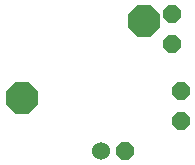
<source format=gbr>
G04 EAGLE Gerber X2 export*
%TF.Part,Single*%
%TF.FileFunction,Soldermask,Top,1*%
%TF.FilePolarity,Negative*%
%TF.GenerationSoftware,Autodesk,EAGLE,8.6.3*%
%TF.CreationDate,2018-02-24T21:50:36Z*%
G75*
%MOMM*%
%FSLAX34Y34*%
%LPD*%
%AMOC8*
5,1,8,0,0,1.08239X$1,22.5*%
G01*
%ADD10P,1.649562X8X22.500000*%
%ADD11C,1.524000*%
%ADD12P,2.969212X8X22.500000*%
%ADD13P,1.649562X8X292.500000*%
%ADD14P,1.649562X8X112.500000*%


D10*
X11888Y-46424D03*
D11*
X-8432Y-46424D03*
D12*
X27644Y63672D03*
D13*
X58688Y4960D03*
X58688Y-20440D03*
D14*
X51457Y44833D03*
X51457Y70233D03*
D12*
X-75504Y-1268D03*
M02*

</source>
